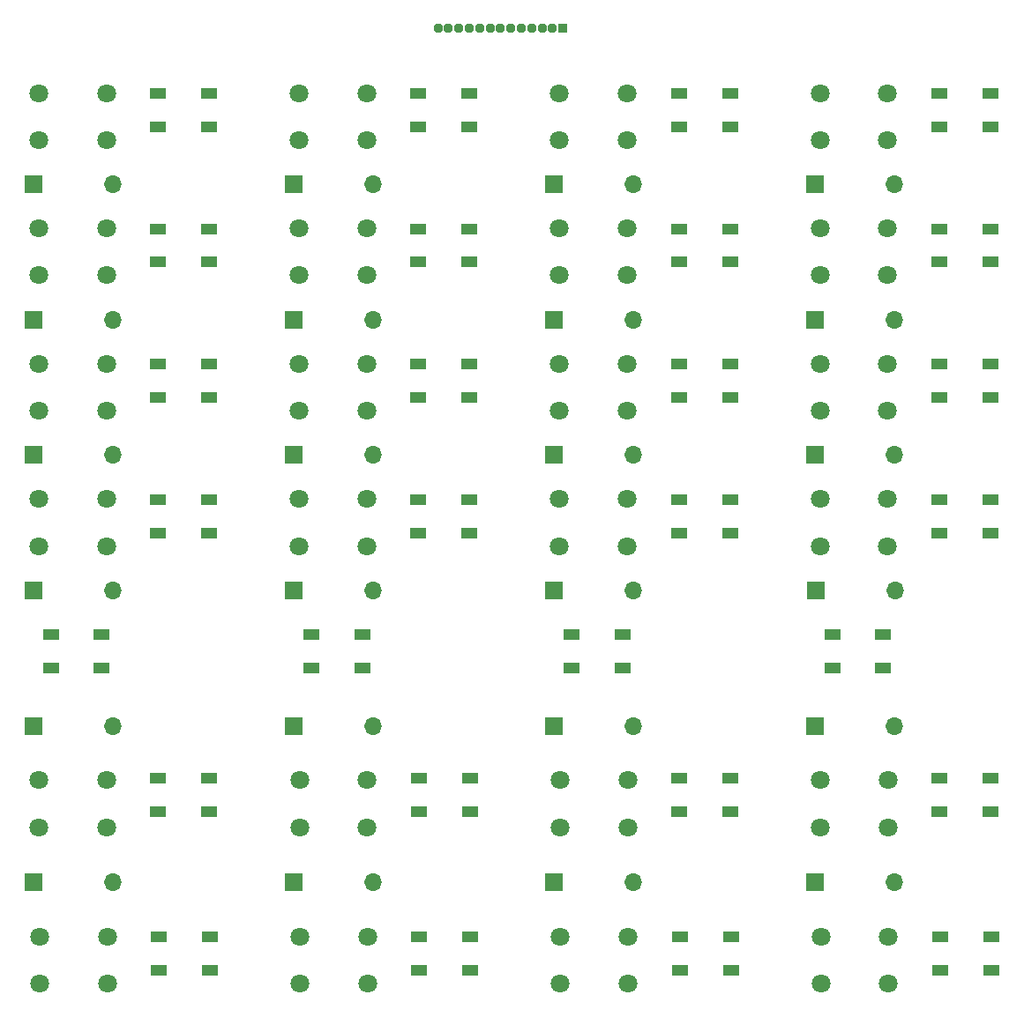
<source format=gbr>
%TF.GenerationSoftware,KiCad,Pcbnew,(5.1.6)-1*%
%TF.CreationDate,2020-06-18T14:47:13+02:00*%
%TF.ProjectId,antrieb smd,616e7472-6965-4622-9073-6d642e6b6963,rev?*%
%TF.SameCoordinates,Original*%
%TF.FileFunction,Soldermask,Top*%
%TF.FilePolarity,Negative*%
%FSLAX46Y46*%
G04 Gerber Fmt 4.6, Leading zero omitted, Abs format (unit mm)*
G04 Created by KiCad (PCBNEW (5.1.6)-1) date 2020-06-18 14:47:13*
%MOMM*%
%LPD*%
G01*
G04 APERTURE LIST*
%ADD10O,0.950000X0.950000*%
%ADD11R,0.950000X0.950000*%
%ADD12R,1.600000X1.100000*%
%ADD13R,1.700000X1.700000*%
%ADD14O,1.700000X1.700000*%
%ADD15C,1.800000*%
G04 APERTURE END LIST*
D10*
%TO.C,J1*%
X63158600Y-45821600D03*
X64158600Y-45821600D03*
X65158600Y-45821600D03*
X66158600Y-45821600D03*
X67158600Y-45821600D03*
X68158600Y-45821600D03*
X69158600Y-45821600D03*
X70158600Y-45821600D03*
X71158600Y-45821600D03*
X72158600Y-45821600D03*
X73158600Y-45821600D03*
X74158600Y-45821600D03*
D11*
X75158600Y-45821600D03*
%TD*%
D12*
%TO.C,D1*%
X36291600Y-52054960D03*
X36291600Y-55254960D03*
X41191600Y-52054960D03*
X41191600Y-55254960D03*
%TD*%
D13*
%TO.C,D45*%
X24312600Y-127815600D03*
D14*
X31932600Y-127815600D03*
%TD*%
D13*
%TO.C,D46*%
X49312600Y-127815600D03*
D14*
X56932600Y-127815600D03*
%TD*%
D13*
%TO.C,D47*%
X74312600Y-127815600D03*
D14*
X81932600Y-127815600D03*
%TD*%
D13*
%TO.C,D48*%
X99312600Y-127815600D03*
D14*
X106932600Y-127815600D03*
%TD*%
D13*
%TO.C,D44*%
X99312600Y-112815600D03*
D14*
X106932600Y-112815600D03*
%TD*%
D13*
%TO.C,D43*%
X74312600Y-112815600D03*
D14*
X81932600Y-112815600D03*
%TD*%
D13*
%TO.C,D42*%
X49312600Y-112815600D03*
D14*
X56932600Y-112815600D03*
%TD*%
%TO.C,D41*%
X31932600Y-112815600D03*
D13*
X24312600Y-112815600D03*
%TD*%
%TO.C,D40*%
X99447600Y-99775600D03*
D14*
X107067600Y-99775600D03*
%TD*%
D13*
%TO.C,D39*%
X74312600Y-99775600D03*
D14*
X81932600Y-99775600D03*
%TD*%
D13*
%TO.C,D38*%
X49312600Y-99775600D03*
D14*
X56932600Y-99775600D03*
%TD*%
D13*
%TO.C,D37*%
X24312600Y-99775600D03*
D14*
X31932600Y-99775600D03*
%TD*%
D13*
%TO.C,D36*%
X99312600Y-86775600D03*
D14*
X106932600Y-86775600D03*
%TD*%
D13*
%TO.C,D35*%
X74312600Y-86775600D03*
D14*
X81932600Y-86775600D03*
%TD*%
D13*
%TO.C,D34*%
X49312600Y-86775600D03*
D14*
X56932600Y-86775600D03*
%TD*%
D13*
%TO.C,D33*%
X24312600Y-86775600D03*
D14*
X31932600Y-86775600D03*
%TD*%
D13*
%TO.C,D32*%
X99312600Y-73775600D03*
D14*
X106932600Y-73775600D03*
%TD*%
D13*
%TO.C,D31*%
X74312600Y-73775600D03*
D14*
X81932600Y-73775600D03*
%TD*%
D13*
%TO.C,D30*%
X49312600Y-73775600D03*
D14*
X56932600Y-73775600D03*
%TD*%
D13*
%TO.C,D29*%
X24312600Y-73775600D03*
D14*
X31932600Y-73775600D03*
%TD*%
D13*
%TO.C,D28*%
X99312600Y-60775600D03*
D14*
X106932600Y-60775600D03*
%TD*%
D13*
%TO.C,D27*%
X74312600Y-60775600D03*
D14*
X81932600Y-60775600D03*
%TD*%
D13*
%TO.C,D26*%
X49312600Y-60775600D03*
D14*
X56932600Y-60775600D03*
%TD*%
%TO.C,D25*%
X31932600Y-60775600D03*
D13*
X24312600Y-60775600D03*
%TD*%
D15*
%TO.C,SW21*%
X24918920Y-133048300D03*
X31418920Y-133048300D03*
X24918920Y-137548300D03*
X31418920Y-137548300D03*
%TD*%
%TO.C,SW23*%
X74918920Y-133048300D03*
X81418920Y-133048300D03*
X74918920Y-137548300D03*
X81418920Y-137548300D03*
%TD*%
%TO.C,SW24*%
X99918920Y-133048300D03*
X106418920Y-133048300D03*
X99918920Y-137548300D03*
X106418920Y-137548300D03*
%TD*%
%TO.C,SW22*%
X49918920Y-133048300D03*
X56418920Y-133048300D03*
X49918920Y-137548300D03*
X56418920Y-137548300D03*
%TD*%
D12*
%TO.C,D21*%
X36377960Y-133076440D03*
X36377960Y-136276440D03*
X41277960Y-133076440D03*
X41277960Y-136276440D03*
%TD*%
%TO.C,D23*%
X86377960Y-133076440D03*
X86377960Y-136276440D03*
X91277960Y-133076440D03*
X91277960Y-136276440D03*
%TD*%
%TO.C,D24*%
X111377960Y-133076440D03*
X111377960Y-136276440D03*
X116277960Y-133076440D03*
X116277960Y-136276440D03*
%TD*%
%TO.C,D22*%
X61377960Y-133076440D03*
X61377960Y-136276440D03*
X66277960Y-133076440D03*
X66277960Y-136276440D03*
%TD*%
D15*
%TO.C,SW17*%
X24878280Y-118041980D03*
X31378280Y-118041980D03*
X24878280Y-122541980D03*
X31378280Y-122541980D03*
%TD*%
%TO.C,SW19*%
X74878280Y-118041980D03*
X81378280Y-118041980D03*
X74878280Y-122541980D03*
X81378280Y-122541980D03*
%TD*%
%TO.C,SW20*%
X99878280Y-118041980D03*
X106378280Y-118041980D03*
X99878280Y-122541980D03*
X106378280Y-122541980D03*
%TD*%
%TO.C,SW18*%
X49878280Y-118041980D03*
X56378280Y-118041980D03*
X49878280Y-122541980D03*
X56378280Y-122541980D03*
%TD*%
D12*
%TO.C,D17*%
X36311920Y-117851680D03*
X36311920Y-121051680D03*
X41211920Y-117851680D03*
X41211920Y-121051680D03*
%TD*%
%TO.C,D19*%
X86311920Y-117851680D03*
X86311920Y-121051680D03*
X91211920Y-117851680D03*
X91211920Y-121051680D03*
%TD*%
%TO.C,D20*%
X111311920Y-117851680D03*
X111311920Y-121051680D03*
X116211920Y-117851680D03*
X116211920Y-121051680D03*
%TD*%
%TO.C,D18*%
X61311920Y-117851680D03*
X61311920Y-121051680D03*
X66211920Y-117851680D03*
X66211920Y-121051680D03*
%TD*%
D15*
%TO.C,SW16*%
X106332560Y-95526820D03*
X99832560Y-95526820D03*
X106332560Y-91026820D03*
X99832560Y-91026820D03*
%TD*%
%TO.C,SW15*%
X81332560Y-95526820D03*
X74832560Y-95526820D03*
X81332560Y-91026820D03*
X74832560Y-91026820D03*
%TD*%
%TO.C,SW14*%
X56332560Y-95526820D03*
X49832560Y-95526820D03*
X56332560Y-91026820D03*
X49832560Y-91026820D03*
%TD*%
%TO.C,SW13*%
X31332560Y-95526820D03*
X24832560Y-95526820D03*
X31332560Y-91026820D03*
X24832560Y-91026820D03*
%TD*%
%TO.C,SW12*%
X106332560Y-82526820D03*
X99832560Y-82526820D03*
X106332560Y-78026820D03*
X99832560Y-78026820D03*
%TD*%
%TO.C,SW11*%
X81332560Y-82526820D03*
X74832560Y-82526820D03*
X81332560Y-78026820D03*
X74832560Y-78026820D03*
%TD*%
%TO.C,SW10*%
X56332560Y-82526820D03*
X49832560Y-82526820D03*
X56332560Y-78026820D03*
X49832560Y-78026820D03*
%TD*%
%TO.C,SW9*%
X31332560Y-82526820D03*
X24832560Y-82526820D03*
X31332560Y-78026820D03*
X24832560Y-78026820D03*
%TD*%
%TO.C,SW8*%
X106332560Y-69526820D03*
X99832560Y-69526820D03*
X106332560Y-65026820D03*
X99832560Y-65026820D03*
%TD*%
%TO.C,SW7*%
X81332560Y-69526820D03*
X74832560Y-69526820D03*
X81332560Y-65026820D03*
X74832560Y-65026820D03*
%TD*%
%TO.C,SW6*%
X56332560Y-69526820D03*
X49832560Y-69526820D03*
X56332560Y-65026820D03*
X49832560Y-65026820D03*
%TD*%
%TO.C,SW5*%
X31332560Y-69526820D03*
X24832560Y-69526820D03*
X31332560Y-65026820D03*
X24832560Y-65026820D03*
%TD*%
%TO.C,SW4*%
X106332560Y-56526820D03*
X99832560Y-56526820D03*
X106332560Y-52026820D03*
X99832560Y-52026820D03*
%TD*%
%TO.C,SW3*%
X81332560Y-56526820D03*
X74832560Y-56526820D03*
X81332560Y-52026820D03*
X74832560Y-52026820D03*
%TD*%
%TO.C,SW2*%
X56332560Y-56526820D03*
X49832560Y-56526820D03*
X56332560Y-52026820D03*
X49832560Y-52026820D03*
%TD*%
D12*
%TO.C,D16*%
X116191600Y-94254960D03*
X116191600Y-91054960D03*
X111291600Y-94254960D03*
X111291600Y-91054960D03*
%TD*%
%TO.C,D15*%
X91191600Y-94254960D03*
X91191600Y-91054960D03*
X86291600Y-94254960D03*
X86291600Y-91054960D03*
%TD*%
%TO.C,D14*%
X66191600Y-94254960D03*
X66191600Y-91054960D03*
X61291600Y-94254960D03*
X61291600Y-91054960D03*
%TD*%
%TO.C,D13*%
X41191600Y-94254960D03*
X41191600Y-91054960D03*
X36291600Y-94254960D03*
X36291600Y-91054960D03*
%TD*%
%TO.C,D12*%
X116191600Y-81254960D03*
X116191600Y-78054960D03*
X111291600Y-81254960D03*
X111291600Y-78054960D03*
%TD*%
%TO.C,D11*%
X91191600Y-81254960D03*
X91191600Y-78054960D03*
X86291600Y-81254960D03*
X86291600Y-78054960D03*
%TD*%
%TO.C,D10*%
X66191600Y-81254960D03*
X66191600Y-78054960D03*
X61291600Y-81254960D03*
X61291600Y-78054960D03*
%TD*%
%TO.C,D9*%
X41191600Y-81254960D03*
X41191600Y-78054960D03*
X36291600Y-81254960D03*
X36291600Y-78054960D03*
%TD*%
%TO.C,D8*%
X116191600Y-68254960D03*
X116191600Y-65054960D03*
X111291600Y-68254960D03*
X111291600Y-65054960D03*
%TD*%
%TO.C,D7*%
X91191600Y-68254960D03*
X91191600Y-65054960D03*
X86291600Y-68254960D03*
X86291600Y-65054960D03*
%TD*%
%TO.C,D6*%
X66191600Y-68254960D03*
X66191600Y-65054960D03*
X61291600Y-68254960D03*
X61291600Y-65054960D03*
%TD*%
%TO.C,D5*%
X41191600Y-68254960D03*
X41191600Y-65054960D03*
X36291600Y-68254960D03*
X36291600Y-65054960D03*
%TD*%
%TO.C,D4*%
X116191600Y-55254960D03*
X116191600Y-52054960D03*
X111291600Y-55254960D03*
X111291600Y-52054960D03*
%TD*%
%TO.C,D3*%
X91191600Y-55254960D03*
X91191600Y-52054960D03*
X86291600Y-55254960D03*
X86291600Y-52054960D03*
%TD*%
%TO.C,D2*%
X66191600Y-55254960D03*
X66191600Y-52054960D03*
X61291600Y-55254960D03*
X61291600Y-52054960D03*
%TD*%
D15*
%TO.C,SW1*%
X24832560Y-52026820D03*
X31332560Y-52026820D03*
X24832560Y-56526820D03*
X31332560Y-56526820D03*
%TD*%
D12*
%TO.C,D49*%
X30899520Y-107264000D03*
X30899520Y-104064000D03*
X25999520Y-107264000D03*
X25999520Y-104064000D03*
%TD*%
%TO.C,D50*%
X51001586Y-104064000D03*
X51001586Y-107264000D03*
X55901586Y-104064000D03*
X55901586Y-107264000D03*
%TD*%
%TO.C,D51*%
X80903652Y-107264000D03*
X80903652Y-104064000D03*
X76003652Y-107264000D03*
X76003652Y-104064000D03*
%TD*%
%TO.C,D52*%
X101005720Y-104064000D03*
X101005720Y-107264000D03*
X105905720Y-104064000D03*
X105905720Y-107264000D03*
%TD*%
M02*

</source>
